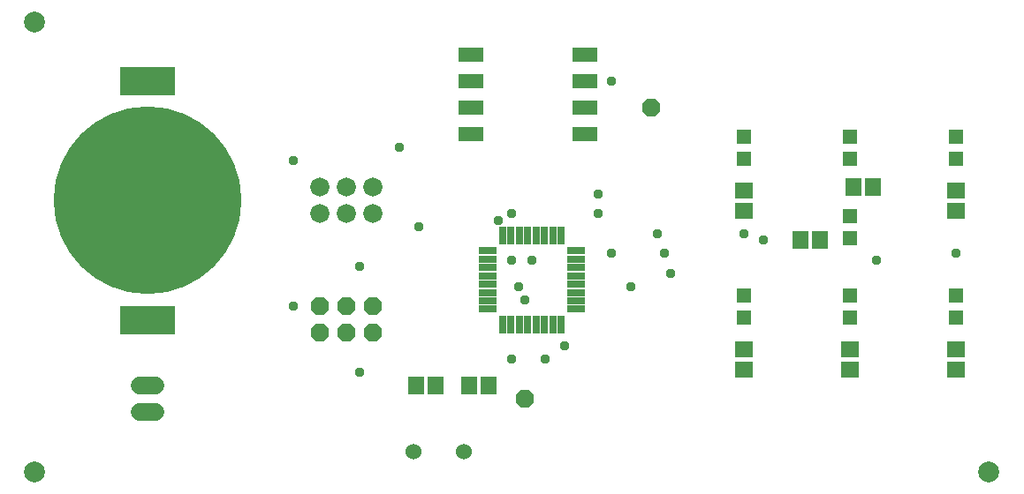
<source format=gbr>
G04 EAGLE Gerber RS-274X export*
G75*
%MOMM*%
%FSLAX34Y34*%
%LPD*%
%INSoldermask Top*%
%IPPOS*%
%AMOC8*
5,1,8,0,0,1.08239X$1,22.5*%
G01*
%ADD10R,5.303200X2.703200*%
%ADD11C,18.003200*%
%ADD12R,1.503200X1.703200*%
%ADD13R,1.703200X0.803200*%
%ADD14R,0.803200X1.703200*%
%ADD15C,1.828800*%
%ADD16P,1.869504X8X22.500000*%
%ADD17C,1.727200*%
%ADD18P,1.869504X8X292.500000*%
%ADD19R,1.403200X1.403200*%
%ADD20C,1.524000*%
%ADD21R,1.803200X1.503200*%
%ADD22R,1.503200X1.803200*%
%ADD23R,2.403200X1.403200*%
%ADD24C,2.000000*%
%ADD25C,0.959600*%


D10*
X139700Y177600D03*
X139700Y406600D03*
D11*
X139700Y292100D03*
D12*
X415900Y114300D03*
X396900Y114300D03*
X447700Y114300D03*
X466700Y114300D03*
D13*
X465500Y243900D03*
X465500Y235900D03*
X465500Y227900D03*
X465500Y219900D03*
X465500Y211900D03*
X465500Y203900D03*
X465500Y195900D03*
X465500Y187900D03*
D14*
X480000Y173400D03*
X488000Y173400D03*
X496000Y173400D03*
X504000Y173400D03*
X512000Y173400D03*
X520000Y173400D03*
X528000Y173400D03*
X536000Y173400D03*
D13*
X550500Y187900D03*
X550500Y195900D03*
X550500Y203900D03*
X550500Y211900D03*
X550500Y219900D03*
X550500Y227900D03*
X550500Y235900D03*
X550500Y243900D03*
D14*
X536000Y258400D03*
X528000Y258400D03*
X520000Y258400D03*
X512000Y258400D03*
X504000Y258400D03*
X496000Y258400D03*
X488000Y258400D03*
X480000Y258400D03*
D15*
X330200Y279400D03*
X330200Y304800D03*
X304800Y304800D03*
X304800Y279400D03*
X355600Y279400D03*
X355600Y304800D03*
D16*
X304800Y190500D03*
X304800Y165100D03*
X330200Y190500D03*
X330200Y165100D03*
X355600Y190500D03*
X355600Y165100D03*
D17*
X147320Y88900D02*
X132080Y88900D01*
X132080Y114300D02*
X147320Y114300D01*
D16*
X622300Y381000D03*
D18*
X501650Y101600D03*
D19*
X711200Y201000D03*
X711200Y180000D03*
X812800Y201000D03*
X812800Y180000D03*
X914400Y201000D03*
X914400Y180000D03*
X711200Y353400D03*
X711200Y332400D03*
X812800Y353400D03*
X812800Y332400D03*
X914400Y353400D03*
X914400Y332400D03*
X812800Y277200D03*
X812800Y256200D03*
D20*
X394970Y50800D03*
X443230Y50800D03*
D21*
X711200Y149200D03*
X711200Y130200D03*
X812800Y149200D03*
X812800Y130200D03*
X914400Y149200D03*
X914400Y130200D03*
X711200Y301600D03*
X711200Y282600D03*
D22*
X816000Y304800D03*
X835000Y304800D03*
D21*
X914400Y301600D03*
X914400Y282600D03*
D22*
X784200Y254000D03*
X765200Y254000D03*
D23*
X449680Y431800D03*
X449680Y406400D03*
X449680Y381000D03*
X449680Y355600D03*
X558700Y355600D03*
X558700Y381000D03*
X558700Y406400D03*
X558700Y431800D03*
D24*
X31750Y463550D03*
X31750Y31750D03*
X946150Y31750D03*
D25*
X400050Y266700D03*
X381000Y342900D03*
X488950Y279400D03*
X571500Y279400D03*
X476250Y273050D03*
X571500Y298450D03*
X508000Y234950D03*
X641350Y222250D03*
X488950Y234950D03*
X603250Y209550D03*
X635000Y241300D03*
X730250Y254000D03*
X628650Y260350D03*
X711200Y260350D03*
X495300Y209550D03*
X838200Y234950D03*
X539750Y152400D03*
X279400Y190500D03*
X342900Y228600D03*
X501650Y196850D03*
X279400Y330200D03*
X342900Y127000D03*
X520700Y139700D03*
X488950Y139700D03*
X914400Y241300D03*
X584200Y406400D03*
X584200Y241300D03*
M02*

</source>
